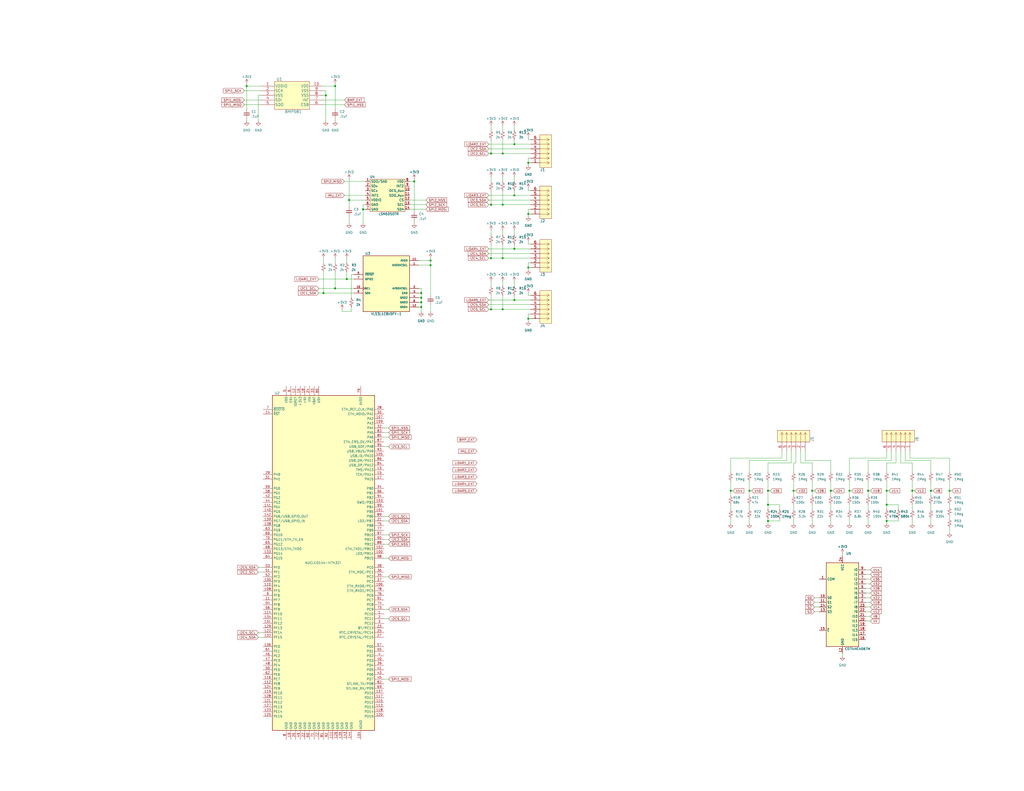
<source format=kicad_sch>
(kicad_sch (version 20211123) (generator eeschema)
  (paper "C")
  (junction (at 234.95 142.24))
  (junction (at 280.67 106.68))
  (junction (at 419.1 275.59))
  (junction (at 463.55 267.97))
  (junction (at 473.71 267.97))
  (junction (at 189.23 152.4))
  (junction (at 280.67 163.83))
  (junction (at 267.97 111.76))
  (junction (at 229.87 160.02))
  (junction (at 190.5 109.22))
  (junction (at 483.87 275.59))
  (junction (at 483.87 267.97))
  (junction (at 288.29 116.84))
  (junction (at 419.1 284.48))
  (junction (at 234.95 144.78))
  (junction (at 274.32 140.97))
  (junction (at 198.12 114.3))
  (junction (at 518.16 267.97))
  (junction (at 267.97 168.91))
  (junction (at 497.84 267.97))
  (junction (at 280.67 135.89))
  (junction (at 267.97 83.82))
  (junction (at 182.88 46.99))
  (junction (at 226.06 99.06))
  (junction (at 274.32 111.76))
  (junction (at 508 267.97))
  (junction (at 433.07 267.97))
  (junction (at 229.87 165.1))
  (junction (at 443.23 267.97))
  (junction (at 483.87 284.48))
  (junction (at 182.88 157.48))
  (junction (at 267.97 140.97))
  (junction (at 274.32 83.82))
  (junction (at 176.53 160.02))
  (junction (at 134.62 46.99))
  (junction (at 453.39 267.97))
  (junction (at 288.29 88.9))
  (junction (at 274.32 168.91))
  (junction (at 419.1 267.97))
  (junction (at 280.67 78.74))
  (junction (at 229.87 167.64))
  (junction (at 408.94 267.97))
  (junction (at 398.78 267.97))
  (junction (at 288.29 173.99))
  (junction (at 229.87 162.56))
  (junction (at 288.29 146.05))
  (junction (at 177.8 52.07))
  (wire (pts (xy 473.71 275.59) (xy 473.71 278.13)))
  (wire (pts (xy 234.95 166.37) (xy 234.95 170.18)))
  (wire (pts (xy 453.39 283.21) (xy 453.39 285.75)))
  (wire (pts (xy 433.07 275.59) (xy 433.07 278.13)))
  (wire (pts (xy 518.16 262.89) (xy 518.16 267.97)))
  (wire (pts (xy 472.44 326.39) (xy 474.98 326.39)))
  (wire (pts (xy 266.7 138.43) (xy 289.56 138.43)))
  (wire (pts (xy 182.88 46.99) (xy 176.53 46.99)))
  (wire (pts (xy 223.52 99.06) (xy 226.06 99.06)))
  (wire (pts (xy 140.97 309.88) (xy 143.51 309.88)))
  (wire (pts (xy 439.42 246.38) (xy 439.42 251.46)))
  (wire (pts (xy 280.67 68.58) (xy 280.67 71.12)))
  (wire (pts (xy 425.45 284.48) (xy 419.1 284.48)))
  (wire (pts (xy 419.1 252.73) (xy 431.8 252.73)))
  (wire (pts (xy 463.55 250.19) (xy 463.55 257.81)))
  (wire (pts (xy 518.16 275.59) (xy 518.16 276.86)))
  (wire (pts (xy 288.29 161.29) (xy 289.56 161.29)))
  (wire (pts (xy 518.16 250.19) (xy 518.16 257.81)))
  (wire (pts (xy 134.62 46.99) (xy 142.24 46.99)))
  (wire (pts (xy 518.16 267.97) (xy 518.16 270.51)))
  (wire (pts (xy 274.32 140.97) (xy 289.56 140.97)))
  (wire (pts (xy 508 251.46) (xy 508 257.81)))
  (wire (pts (xy 190.5 118.11) (xy 190.5 121.92)))
  (wire (pts (xy 198.12 114.3) (xy 199.39 114.3)))
  (wire (pts (xy 398.78 267.97) (xy 400.05 267.97)))
  (wire (pts (xy 133.35 49.53) (xy 142.24 49.53)))
  (wire (pts (xy 453.39 267.97) (xy 454.66 267.97)))
  (wire (pts (xy 453.39 251.46) (xy 453.39 257.81)))
  (wire (pts (xy 288.29 160.02) (xy 288.29 161.29)))
  (wire (pts (xy 198.12 121.92) (xy 198.12 114.3)))
  (wire (pts (xy 176.53 148.59) (xy 176.53 160.02)))
  (wire (pts (xy 288.29 76.2) (xy 289.56 76.2)))
  (wire (pts (xy 425.45 283.21) (xy 425.45 284.48)))
  (wire (pts (xy 472.44 328.93) (xy 474.98 328.93)))
  (wire (pts (xy 274.32 153.67) (xy 274.32 156.21)))
  (wire (pts (xy 176.53 160.02) (xy 193.04 160.02)))
  (wire (pts (xy 288.29 147.32) (xy 288.29 146.05)))
  (wire (pts (xy 488.95 252.73) (xy 483.87 252.73)))
  (wire (pts (xy 419.1 284.48) (xy 419.1 285.75)))
  (wire (pts (xy 274.32 133.35) (xy 274.32 140.97)))
  (wire (pts (xy 473.71 251.46) (xy 486.41 251.46)))
  (wire (pts (xy 274.32 96.52) (xy 274.32 99.06)))
  (wire (pts (xy 483.87 267.97) (xy 483.87 275.59)))
  (wire (pts (xy 288.29 118.11) (xy 288.29 116.84)))
  (wire (pts (xy 408.94 267.97) (xy 410.21 267.97)))
  (wire (pts (xy 497.84 283.21) (xy 497.84 285.75)))
  (wire (pts (xy 190.5 97.79) (xy 190.5 109.22)))
  (wire (pts (xy 182.88 140.97) (xy 182.88 143.51)))
  (wire (pts (xy 473.71 267.97) (xy 473.71 270.51)))
  (wire (pts (xy 518.16 288.29) (xy 518.16 290.83)))
  (wire (pts (xy 140.97 312.42) (xy 143.51 312.42)))
  (wire (pts (xy 288.29 86.36) (xy 288.29 88.9)))
  (wire (pts (xy 209.55 297.18) (xy 212.09 297.18)))
  (wire (pts (xy 497.84 252.73) (xy 497.84 257.81)))
  (wire (pts (xy 140.97 347.98) (xy 143.51 347.98)))
  (wire (pts (xy 267.97 125.73) (xy 267.97 128.27)))
  (wire (pts (xy 274.32 111.76) (xy 289.56 111.76)))
  (wire (pts (xy 288.29 146.05) (xy 289.56 146.05)))
  (wire (pts (xy 483.87 275.59) (xy 483.87 278.13)))
  (wire (pts (xy 408.94 257.81) (xy 408.94 251.46)))
  (wire (pts (xy 408.94 267.97) (xy 408.94 270.51)))
  (wire (pts (xy 429.26 251.46) (xy 429.26 246.38)))
  (wire (pts (xy 182.88 46.99) (xy 182.88 59.69)))
  (wire (pts (xy 229.87 160.02) (xy 228.6 160.02)))
  (wire (pts (xy 483.87 284.48) (xy 483.87 285.75)))
  (wire (pts (xy 453.39 275.59) (xy 453.39 278.13)))
  (wire (pts (xy 173.99 152.4) (xy 189.23 152.4)))
  (wire (pts (xy 419.1 275.59) (xy 419.1 278.13)))
  (wire (pts (xy 266.7 163.83) (xy 280.67 163.83)))
  (wire (pts (xy 288.29 104.14) (xy 289.56 104.14)))
  (wire (pts (xy 191.77 162.56) (xy 191.77 149.86)))
  (wire (pts (xy 472.44 321.31) (xy 474.98 321.31)))
  (wire (pts (xy 288.29 116.84) (xy 289.56 116.84)))
  (wire (pts (xy 494.03 246.38) (xy 494.03 251.46)))
  (wire (pts (xy 518.16 281.94) (xy 518.16 283.21)))
  (wire (pts (xy 223.52 109.22) (xy 232.41 109.22)))
  (wire (pts (xy 463.55 262.89) (xy 463.55 267.97)))
  (wire (pts (xy 176.53 140.97) (xy 176.53 143.51)))
  (wire (pts (xy 280.67 153.67) (xy 280.67 156.21)))
  (wire (pts (xy 209.55 233.68) (xy 212.09 233.68)))
  (wire (pts (xy 490.22 283.21) (xy 490.22 284.48)))
  (wire (pts (xy 267.97 104.14) (xy 267.97 111.76)))
  (wire (pts (xy 266.7 111.76) (xy 267.97 111.76)))
  (wire (pts (xy 472.44 339.09) (xy 474.98 339.09)))
  (wire (pts (xy 229.87 170.18) (xy 229.87 167.64)))
  (wire (pts (xy 176.53 57.15) (xy 187.96 57.15)))
  (wire (pts (xy 433.07 252.73) (xy 434.34 252.73)))
  (wire (pts (xy 473.71 267.97) (xy 474.98 267.97)))
  (wire (pts (xy 266.7 78.74) (xy 280.67 78.74)))
  (wire (pts (xy 463.55 275.59) (xy 463.55 278.13)))
  (wire (pts (xy 289.56 86.36) (xy 288.29 86.36)))
  (wire (pts (xy 182.88 45.72) (xy 182.88 46.99)))
  (wire (pts (xy 191.77 149.86) (xy 193.04 149.86)))
  (wire (pts (xy 398.78 262.89) (xy 398.78 267.97)))
  (wire (pts (xy 444.5 326.39) (xy 447.04 326.39)))
  (wire (pts (xy 419.1 267.97) (xy 420.37 267.97)))
  (wire (pts (xy 463.55 283.21) (xy 463.55 285.75)))
  (wire (pts (xy 508 267.97) (xy 509.27 267.97)))
  (wire (pts (xy 280.67 163.83) (xy 289.56 163.83)))
  (wire (pts (xy 496.57 250.19) (xy 518.16 250.19)))
  (wire (pts (xy 459.74 302.26) (xy 459.74 303.53)))
  (wire (pts (xy 443.23 252.73) (xy 443.23 257.81)))
  (wire (pts (xy 280.67 106.68) (xy 289.56 106.68)))
  (wire (pts (xy 497.84 267.97) (xy 499.11 267.97)))
  (wire (pts (xy 483.87 283.21) (xy 483.87 284.48)))
  (wire (pts (xy 274.32 161.29) (xy 274.32 168.91)))
  (wire (pts (xy 508 262.89) (xy 508 267.97)))
  (wire (pts (xy 419.1 262.89) (xy 419.1 267.97)))
  (wire (pts (xy 182.88 148.59) (xy 182.88 157.48)))
  (wire (pts (xy 223.52 111.76) (xy 232.41 111.76)))
  (wire (pts (xy 274.32 104.14) (xy 274.32 111.76)))
  (wire (pts (xy 267.97 133.35) (xy 267.97 140.97)))
  (wire (pts (xy 486.41 251.46) (xy 486.41 246.38)))
  (wire (pts (xy 443.23 275.59) (xy 443.23 278.13)))
  (wire (pts (xy 472.44 336.55) (xy 474.98 336.55)))
  (wire (pts (xy 472.44 331.47) (xy 474.98 331.47)))
  (wire (pts (xy 433.07 257.81) (xy 433.07 252.73)))
  (wire (pts (xy 497.84 267.97) (xy 497.84 270.51)))
  (wire (pts (xy 266.7 140.97) (xy 267.97 140.97)))
  (wire (pts (xy 472.44 313.69) (xy 474.98 313.69)))
  (wire (pts (xy 266.7 81.28) (xy 289.56 81.28)))
  (wire (pts (xy 266.7 168.91) (xy 267.97 168.91)))
  (wire (pts (xy 209.55 337.82) (xy 212.09 337.82)))
  (wire (pts (xy 140.97 345.44) (xy 143.51 345.44)))
  (wire (pts (xy 408.94 275.59) (xy 408.94 278.13)))
  (wire (pts (xy 436.88 252.73) (xy 443.23 252.73)))
  (wire (pts (xy 266.7 109.22) (xy 289.56 109.22)))
  (wire (pts (xy 398.78 275.59) (xy 398.78 278.13)))
  (wire (pts (xy 518.16 267.97) (xy 519.43 267.97)))
  (wire (pts (xy 189.23 140.97) (xy 189.23 143.51)))
  (wire (pts (xy 280.67 133.35) (xy 280.67 135.89)))
  (wire (pts (xy 209.55 238.76) (xy 212.09 238.76)))
  (wire (pts (xy 508 275.59) (xy 508 278.13)))
  (wire (pts (xy 228.6 165.1) (xy 229.87 165.1)))
  (wire (pts (xy 280.67 78.74) (xy 289.56 78.74)))
  (wire (pts (xy 288.29 114.3) (xy 288.29 116.84)))
  (wire (pts (xy 209.55 332.74) (xy 212.09 332.74)))
  (wire (pts (xy 209.55 314.96) (xy 212.09 314.96)))
  (wire (pts (xy 497.84 275.59) (xy 497.84 278.13)))
  (wire (pts (xy 443.23 267.97) (xy 443.23 270.51)))
  (wire (pts (xy 483.87 262.89) (xy 483.87 267.97)))
  (wire (pts (xy 267.97 168.91) (xy 274.32 168.91)))
  (wire (pts (xy 419.1 257.81) (xy 419.1 252.73)))
  (wire (pts (xy 229.87 167.64) (xy 229.87 165.1)))
  (wire (pts (xy 267.97 83.82) (xy 274.32 83.82)))
  (wire (pts (xy 288.29 90.17) (xy 288.29 88.9)))
  (wire (pts (xy 134.62 64.77) (xy 134.62 66.04)))
  (wire (pts (xy 508 283.21) (xy 508 285.75)))
  (wire (pts (xy 209.55 304.8) (xy 212.09 304.8)))
  (wire (pts (xy 494.03 251.46) (xy 508 251.46)))
  (wire (pts (xy 176.53 54.61) (xy 187.96 54.61)))
  (wire (pts (xy 189.23 148.59) (xy 189.23 152.4)))
  (wire (pts (xy 229.87 165.1) (xy 229.87 162.56)))
  (wire (pts (xy 434.34 252.73) (xy 434.34 246.38)))
  (wire (pts (xy 288.29 171.45) (xy 288.29 173.99)))
  (wire (pts (xy 483.87 275.59) (xy 490.22 275.59)))
  (wire (pts (xy 473.71 257.81) (xy 473.71 251.46)))
  (wire (pts (xy 433.07 267.97) (xy 434.34 267.97)))
  (wire (pts (xy 288.29 133.35) (xy 289.56 133.35)))
  (wire (pts (xy 289.56 171.45) (xy 288.29 171.45)))
  (wire (pts (xy 289.56 114.3) (xy 288.29 114.3)))
  (wire (pts (xy 483.87 252.73) (xy 483.87 257.81)))
  (wire (pts (xy 267.97 153.67) (xy 267.97 156.21)))
  (wire (pts (xy 280.67 135.89) (xy 289.56 135.89)))
  (wire (pts (xy 226.06 97.79) (xy 226.06 99.06)))
  (wire (pts (xy 425.45 275.59) (xy 419.1 275.59)))
  (wire (pts (xy 187.96 106.68) (xy 199.39 106.68)))
  (wire (pts (xy 453.39 262.89) (xy 453.39 267.97)))
  (wire (pts (xy 140.97 66.04) (xy 140.97 52.07)))
  (wire (pts (xy 288.29 74.93) (xy 288.29 76.2)))
  (wire (pts (xy 288.29 173.99) (xy 289.56 173.99)))
  (wire (pts (xy 398.78 267.97) (xy 398.78 270.51)))
  (wire (pts (xy 425.45 278.13) (xy 425.45 275.59)))
  (wire (pts (xy 289.56 143.51) (xy 288.29 143.51)))
  (wire (pts (xy 288.29 132.08) (xy 288.29 133.35)))
  (wire (pts (xy 190.5 109.22) (xy 190.5 113.03)))
  (wire (pts (xy 491.49 252.73) (xy 497.84 252.73)))
  (wire (pts (xy 182.88 64.77) (xy 182.88 66.04)))
  (wire (pts (xy 228.6 157.48) (xy 229.87 157.48)))
  (wire (pts (xy 190.5 109.22) (xy 199.39 109.22)))
  (wire (pts (xy 234.95 144.78) (xy 234.95 161.29)))
  (wire (pts (xy 198.12 114.3) (xy 198.12 111.76)))
  (wire (pts (xy 234.95 142.24) (xy 234.95 144.78)))
  (wire (pts (xy 228.6 144.78) (xy 234.95 144.78)))
  (wire (pts (xy 209.55 370.84) (xy 212.09 370.84)))
  (wire (pts (xy 226.06 99.06) (xy 226.06 115.57)))
  (wire (pts (xy 444.5 334.01) (xy 447.04 334.01)))
  (wire (pts (xy 473.71 283.21) (xy 473.71 285.75)))
  (wire (pts (xy 463.55 267.97) (xy 464.82 267.97)))
  (wire (pts (xy 274.32 125.73) (xy 274.32 128.27)))
  (wire (pts (xy 436.88 246.38) (xy 436.88 252.73)))
  (wire (pts (xy 472.44 334.01) (xy 474.98 334.01)))
  (wire (pts (xy 226.06 120.65) (xy 226.06 121.92)))
  (wire (pts (xy 433.07 262.89) (xy 433.07 267.97)))
  (wire (pts (xy 173.99 157.48) (xy 182.88 157.48)))
  (wire (pts (xy 463.55 267.97) (xy 463.55 270.51)))
  (wire (pts (xy 266.7 135.89) (xy 280.67 135.89)))
  (wire (pts (xy 490.22 284.48) (xy 483.87 284.48)))
  (wire (pts (xy 508 267.97) (xy 508 270.51)))
  (wire (pts (xy 177.8 49.53) (xy 177.8 52.07)))
  (wire (pts (xy 274.32 168.91) (xy 289.56 168.91)))
  (wire (pts (xy 198.12 111.76) (xy 199.39 111.76)))
  (wire (pts (xy 134.62 46.99) (xy 134.62 59.69)))
  (wire (pts (xy 483.87 250.19) (xy 463.55 250.19)))
  (wire (pts (xy 426.72 250.19) (xy 398.78 250.19)))
  (wire (pts (xy 408.94 283.21) (xy 408.94 285.75)))
  (wire (pts (xy 443.23 283.21) (xy 443.23 285.75)))
  (wire (pts (xy 459.74 358.14) (xy 459.74 356.87)))
  (wire (pts (xy 408.94 251.46) (xy 429.26 251.46)))
  (wire (pts (xy 419.1 267.97) (xy 419.1 275.59)))
  (wire (pts (xy 472.44 311.15) (xy 474.98 311.15)))
  (wire (pts (xy 453.39 267.97) (xy 453.39 270.51)))
  (wire (pts (xy 182.88 157.48) (xy 193.04 157.48)))
  (wire (pts (xy 140.97 52.07) (xy 142.24 52.07)))
  (wire (pts (xy 483.87 267.97) (xy 485.14 267.97)))
  (wire (pts (xy 439.42 251.46) (xy 453.39 251.46)))
  (wire (pts (xy 209.55 294.64) (xy 212.09 294.64)))
  (wire (pts (xy 288.29 175.26) (xy 288.29 173.99)))
  (wire (pts (xy 443.23 262.89) (xy 443.23 267.97)))
  (wire (pts (xy 186.69 168.91) (xy 186.69 170.18)))
  (wire (pts (xy 209.55 284.48) (xy 212.09 284.48)))
  (wire (pts (xy 408.94 262.89) (xy 408.94 267.97)))
  (wire (pts (xy 288.29 143.51) (xy 288.29 146.05)))
  (wire (pts (xy 228.6 142.24) (xy 234.95 142.24)))
  (wire (pts (xy 483.87 246.38) (xy 483.87 250.19)))
  (wire (pts (xy 472.44 318.77) (xy 474.98 318.77)))
  (wire (pts (xy 491.49 246.38) (xy 491.49 252.73)))
  (wire (pts (xy 176.53 49.53) (xy 177.8 49.53)))
  (wire (pts (xy 267.97 96.52) (xy 267.97 99.06)))
  (wire (pts (xy 496.57 246.38) (xy 496.57 250.19)))
  (wire (pts (xy 223.52 114.3) (xy 232.41 114.3)))
  (wire (pts (xy 497.84 262.89) (xy 497.84 267.97)))
  (wire (pts (xy 134.62 45.72) (xy 134.62 46.99)))
  (wire (pts (xy 488.95 246.38) (xy 488.95 252.73)))
  (wire (pts (xy 209.55 281.94) (xy 212.09 281.94)))
  (wire (pts (xy 433.07 267.97) (xy 433.07 270.51)))
  (wire (pts (xy 433.07 283.21) (xy 433.07 285.75)))
  (wire (pts (xy 266.7 106.68) (xy 280.67 106.68)))
  (wire (pts (xy 267.97 68.58) (xy 267.97 71.12)))
  (wire (pts (xy 267.97 161.29) (xy 267.97 168.91)))
  (wire (pts (xy 280.67 125.73) (xy 280.67 128.27)))
  (wire (pts (xy 398.78 250.19) (xy 398.78 257.81)))
  (wire (pts (xy 443.23 267.97) (xy 444.5 267.97)))
  (wire (pts (xy 266.7 166.37) (xy 289.56 166.37)))
  (wire (pts (xy 133.35 57.15) (xy 142.24 57.15)))
  (wire (pts (xy 274.32 68.58) (xy 274.32 71.12)))
  (wire (pts (xy 274.32 76.2) (xy 274.32 83.82)))
  (wire (pts (xy 177.8 66.04) (xy 177.8 52.07)))
  (wire (pts (xy 133.35 54.61) (xy 142.24 54.61)))
  (wire (pts (xy 267.97 76.2) (xy 267.97 83.82)))
  (wire (pts (xy 274.32 83.82) (xy 289.56 83.82)))
  (wire (pts (xy 444.5 328.93) (xy 447.04 328.93)))
  (wire (pts (xy 234.95 140.97) (xy 234.95 142.24)))
  (wire (pts (xy 280.67 76.2) (xy 280.67 78.74)))
  (wire (pts (xy 490.22 275.59) (xy 490.22 278.13)))
  (wire (pts (xy 288.29 88.9) (xy 289.56 88.9)))
  (wire (pts (xy 187.96 99.06) (xy 199.39 99.06)))
  (wire (pts (xy 229.87 162.56) (xy 229.87 160.02)))
  (wire (pts (xy 419.1 283.21) (xy 419.1 284.48)))
  (wire (pts (xy 398.78 283.21) (xy 398.78 285.75)))
  (wire (pts (xy 209.55 292.1) (xy 212.09 292.1)))
  (wire (pts (xy 191.77 167.64) (xy 191.77 170.18)))
  (wire (pts (xy 431.8 252.73) (xy 431.8 246.38)))
  (wire (pts (xy 473.71 262.89) (xy 473.71 267.97)))
  (wire (pts (xy 288.29 102.87) (xy 288.29 104.14)))
  (wire (pts (xy 267.97 111.76) (xy 274.32 111.76)))
  (wire (pts (xy 229.87 157.48) (xy 229.87 160.02)))
  (wire (pts (xy 266.7 83.82) (xy 267.97 83.82)))
  (wire (pts (xy 444.5 331.47) (xy 447.04 331.47)))
  (wire (pts (xy 280.67 104.14) (xy 280.67 106.68)))
  (wire (pts (xy 177.8 52.07) (xy 176.53 52.07)))
  (wire (pts (xy 173.99 160.02) (xy 176.53 160.02)))
  (wire (pts (xy 472.44 316.23) (xy 474.98 316.23)))
  (wire (pts (xy 472.44 323.85) (xy 474.98 323.85)))
  (wire (pts (xy 426.72 246.38) (xy 426.72 250.19)))
  (wire (pts (xy 186.69 170.18) (xy 191.77 170.18)))
  (wire (pts (xy 228.6 162.56) (xy 229.87 162.56)))
  (wire (pts (xy 280.67 96.52) (xy 280.67 99.06)))
  (wire (pts (xy 189.23 152.4) (xy 193.04 152.4)))
  (wire (pts (xy 280.67 161.29) (xy 280.67 163.83)))
  (wire (pts (xy 228.6 167.64) (xy 229.87 167.64)))
  (wire (pts (xy 209.55 243.84) (xy 212.09 243.84)))
  (wire (pts (xy 209.55 236.22) (xy 212.09 236.22)))
  (wire (pts (xy 267.97 140.97) (xy 274.32 140.97)))
  (global_label "LIDAR5_EXT" (shape input) (at 266.7 163.83 180) (property "Intersheet References" "${INTERSHEET_REFS}" (effects hide)))
  (global_label "V22" (shape input) (at 474.98 326.39 0) (property "Intersheet References" "${INTERSHEET_REFS}" (effects hide)))
  (global_label "LIDAR4_EXT" (shape input) (at 266.7 135.89 180) (property "Intersheet References" "${INTERSHEET_REFS}" (effects hide)))
  (global_label "LIDAR3_EXT" (shape input) (at 260.35 260.35 180) (property "Intersheet References" "${INTERSHEET_REFS}" (effects hide)))
  (global_label "I2C1_SDA" (shape input) (at 173.99 160.02 180) (property "Intersheet References" "${INTERSHEET_REFS}" (effects hide)))
  (global_label "BMP_EXT" (shape input) (at 187.96 54.61 0) (property "Intersheet References" "${INTERSHEET_REFS}" (effects hide)))
  (global_label "SPI1_MOSI" (shape input) (at 212.09 370.84 0) (property "Intersheet References" "${INTERSHEET_REFS}" (effects hide)))
  (global_label "V8" (shape input) (at 474.98 336.55 0) (property "Intersheet References" "${INTERSHEET_REFS}" (effects hide)))
  (global_label "SPI1_MISO" (shape input) (at 212.09 238.76 0) (property "Intersheet References" "${INTERSHEET_REFS}" (effects hide)))
  (global_label "I2C2_SCL" (shape input) (at 266.7 83.82 180) (property "Intersheet References" "${INTERSHEET_REFS}" (effects hide)))
  (global_label "SPI1_MOSI" (shape input) (at 133.35 54.61 180) (property "Intersheet References" "${INTERSHEET_REFS}" (effects hide)))
  (global_label "I2C3_SDA" (shape input) (at 212.09 332.74 0) (property "Intersheet References" "${INTERSHEET_REFS}" (effects hide)))
  (global_label "I2C1_SDA" (shape input) (at 212.09 284.48 0) (property "Intersheet References" "${INTERSHEET_REFS}" (effects hide)))
  (global_label "V12" (shape input) (at 499.11 267.97 0) (property "Intersheet References" "${INTERSHEET_REFS}" (effects hide)))
  (global_label "V28" (shape input) (at 444.5 267.97 0) (property "Intersheet References" "${INTERSHEET_REFS}" (effects hide)))
  (global_label "I2C4_SDA" (shape input) (at 266.7 138.43 180) (property "Intersheet References" "${INTERSHEET_REFS}" (effects hide)))
  (global_label "BMP_EXT" (shape input) (at 260.35 240.03 180) (property "Intersheet References" "${INTERSHEET_REFS}" (effects hide)))
  (global_label "V14" (shape input) (at 485.14 267.97 0) (property "Intersheet References" "${INTERSHEET_REFS}" (effects hide)))
  (global_label "SPI2_MISO" (shape input) (at 212.09 314.96 0) (property "Intersheet References" "${INTERSHEET_REFS}" (effects hide)))
  (global_label "S1" (shape input) (at 444.5 328.93 180) (property "Intersheet References" "${INTERSHEET_REFS}" (effects hide)))
  (global_label "SPI2_SCK" (shape input) (at 212.09 292.1 0) (property "Intersheet References" "${INTERSHEET_REFS}" (effects hide)))
  (global_label "LIDAR1_EXT" (shape input) (at 173.99 152.4 180) (property "Intersheet References" "${INTERSHEET_REFS}" (effects hide)))
  (global_label "V4" (shape input) (at 519.43 267.97 0) (property "Intersheet References" "${INTERSHEET_REFS}" (effects hide)))
  (global_label "V18" (shape input) (at 474.98 328.93 0) (property "Intersheet References" "${INTERSHEET_REFS}" (effects hide)))
  (global_label "I2C2_SCL" (shape input) (at 140.97 312.42 180) (property "Intersheet References" "${INTERSHEET_REFS}" (effects hide)))
  (global_label "I2C4_SCL" (shape input) (at 266.7 140.97 180) (property "Intersheet References" "${INTERSHEET_REFS}" (effects hide)))
  (global_label "S2" (shape input) (at 444.5 331.47 180) (property "Intersheet References" "${INTERSHEET_REFS}" (effects hide)))
  (global_label "I2C5_SCL" (shape input) (at 212.09 337.82 0) (property "Intersheet References" "${INTERSHEET_REFS}" (effects hide)))
  (global_label "I2C4_SDA" (shape input) (at 140.97 347.98 180) (property "Intersheet References" "${INTERSHEET_REFS}" (effects hide)))
  (global_label "V18" (shape input) (at 474.98 267.97 0) (property "Intersheet References" "${INTERSHEET_REFS}" (effects hide)))
  (global_label "V40" (shape input) (at 410.21 267.97 0) (property "Intersheet References" "${INTERSHEET_REFS}" (effects hide)))
  (global_label "V24" (shape input) (at 454.66 267.97 0) (property "Intersheet References" "${INTERSHEET_REFS}" (effects hide)))
  (global_label "SPI2_MOSI" (shape input) (at 232.41 114.3 0) (property "Intersheet References" "${INTERSHEET_REFS}" (effects hide)))
  (global_label "SPI1_NSS" (shape input) (at 187.96 57.15 0) (property "Intersheet References" "${INTERSHEET_REFS}" (effects hide)))
  (global_label "LIDAR2_EXT" (shape input) (at 266.7 78.74 180) (property "Intersheet References" "${INTERSHEET_REFS}" (effects hide)))
  (global_label "V36" (shape input) (at 420.37 267.97 0) (property "Intersheet References" "${INTERSHEET_REFS}" (effects hide)))
  (global_label "SPI1_NSS" (shape input) (at 212.09 233.68 0) (property "Intersheet References" "${INTERSHEET_REFS}" (effects hide)))
  (global_label "V32" (shape input) (at 434.34 267.97 0) (property "Intersheet References" "${INTERSHEET_REFS}" (effects hide)))
  (global_label "I2C3_SDA" (shape input) (at 266.7 109.22 180) (property "Intersheet References" "${INTERSHEET_REFS}" (effects hide)))
  (global_label "I2C5_SCL" (shape input) (at 266.7 168.91 180) (property "Intersheet References" "${INTERSHEET_REFS}" (effects hide)))
  (global_label "I2C3_SCL" (shape input) (at 212.09 243.84 0) (property "Intersheet References" "${INTERSHEET_REFS}" (effects hide)))
  (global_label "V24" (shape input) (at 474.98 323.85 0) (property "Intersheet References" "${INTERSHEET_REFS}" (effects hide)))
  (global_label "V8" (shape input) (at 509.27 267.97 0) (property "Intersheet References" "${INTERSHEET_REFS}" (effects hide)))
  (global_label "I2C2_SDA" (shape input) (at 266.7 81.28 180) (property "Intersheet References" "${INTERSHEET_REFS}" (effects hide)))
  (global_label "LIDAR3_EXT" (shape input) (at 266.7 106.68 180) (property "Intersheet References" "${INTERSHEET_REFS}" (effects hide)))
  (global_label "V36" (shape input) (at 474.98 316.23 0) (property "Intersheet References" "${INTERSHEET_REFS}" (effects hide)))
  (global_label "SPI1_SCK" (shape input) (at 133.35 49.53 180) (property "Intersheet References" "${INTERSHEET_REFS}" (effects hide)))
  (global_label "I2C1_SCL" (shape input) (at 173.99 157.48 180) (property "Intersheet References" "${INTERSHEET_REFS}" (effects hide)))
  (global_label "V44" (shape input) (at 400.05 267.97 0) (property "Intersheet References" "${INTERSHEET_REFS}" (effects hide)))
  (global_label "LIDAR2_EXT" (shape input) (at 260.35 256.54 180) (property "Intersheet References" "${INTERSHEET_REFS}" (effects hide)))
  (global_label "IMU_EXT" (shape input) (at 260.35 246.38 180) (property "Intersheet References" "${INTERSHEET_REFS}" (effects hide)))
  (global_label "SPI2_NSS" (shape input) (at 232.41 109.22 0) (property "Intersheet References" "${INTERSHEET_REFS}" (effects hide)))
  (global_label "V14" (shape input) (at 474.98 331.47 0) (property "Intersheet References" "${INTERSHEET_REFS}" (effects hide)))
  (global_label "SPI1_MISO" (shape input) (at 133.35 57.15 180) (property "Intersheet References" "${INTERSHEET_REFS}" (effects hide)))
  (global_label "I2C4_SCL" (shape input) (at 140.97 345.44 180) (property "Intersheet References" "${INTERSHEET_REFS}" (effects hide)))
  (global_label "SPI2_MISO" (shape input) (at 187.96 99.06 180) (property "Intersheet References" "${INTERSHEET_REFS}" (effects hide)))
  (global_label "V44" (shape input) (at 474.98 311.15 0) (property "Intersheet References" "${INTERSHEET_REFS}" (effects hide)))
  (global_label "S3" (shape input) (at 444.5 334.01 180) (property "Intersheet References" "${INTERSHEET_REFS}" (effects hide)))
  (global_label "I2C5_SDA" (shape input) (at 266.7 166.37 180) (property "Intersheet References" "${INTERSHEET_REFS}" (effects hide)))
  (global_label "LIDAR4_EXT" (shape input) (at 260.35 264.16 180) (property "Intersheet References" "${INTERSHEET_REFS}" (effects hide)))
  (global_label "I2C3_SCL" (shape input) (at 266.7 111.76 180) (property "Intersheet References" "${INTERSHEET_REFS}" (effects hide)))
  (global_label "SPI1_SCK" (shape input) (at 212.09 236.22 0) (property "Intersheet References" "${INTERSHEET_REFS}" (effects hide)))
  (global_label "LIDAR5_EXT" (shape input) (at 260.35 267.97 180) (property "Intersheet References" "${INTERSHEET_REFS}" (effects hide)))
  (global_label "V22" (shape input) (at 464.82 267.97 0) (property "Intersheet References" "${INTERSHEET_REFS}" (effects hide)))
  (global_label "I2C5_SDA" (shape input) (at 140.97 309.88 180) (property "Intersheet References" "${INTERSHEET_REFS}" (effects hide)))
  (global_label "S0" (shape input) (at 444.5 326.39 180) (property "Intersheet References" "${INTERSHEET_REFS}" (effects hide)))
  (global_label "V28" (shape input) (at 474.98 321.31 0) (property "Intersheet References" "${INTERSHEET_REFS}" (effects hide)))
  (global_label "V4" (shape input) (at 474.98 339.09 0) (property "Intersheet References" "${INTERSHEET_REFS}" (effects hide)))
  (global_label "V40" (shape input) (at 474.98 313.69 0) (property "Intersheet References" "${INTERSHEET_REFS}" (effects hide)))
  (global_label "I2C2_SDA" (shape input) (at 212.09 294.64 0) (property "Intersheet References" "${INTERSHEET_REFS}" (effects hide)))
  (global_label "I2C1_SCL" (shape input) (at 212.09 281.94 0) (property "Intersheet References" "${INTERSHEET_REFS}" (effects hide)))
  (global_label "V12" (shape input) (at 474.98 334.01 0) (property "Intersheet References" "${INTERSHEET_REFS}" (effects hide)))
  (global_label "IMU_EXT" (shape input) (at 187.96 106.68 180) (property "Intersheet References" "${INTERSHEET_REFS}" (effects hide)))
  (global_label "LIDAR1_EXT" (shape input) (at 260.35 252.73 180) (property "Intersheet References" "${INTERSHEET_REFS}" (effects hide)))
  (global_label "SPI2_MOSI" (shape input) (at 212.09 304.8 0) (property "Intersheet References" "${INTERSHEET_REFS}" (effects hide)))
  (global_label "SPI2_NSS" (shape input) (at 212.09 297.18 0) (property "Intersheet References" "${INTERSHEET_REFS}" (effects hide)))
  (global_label "SPI2_SCK" (shape input) (at 232.41 111.76 0) (property "Intersheet References" "${INTERSHEET_REFS}" (effects hide)))
  (global_label "V32" (shape input) (at 474.98 318.77 0) (property "Intersheet References" "${INTERSHEET_REFS}" (effects hide)))
  (symbol (lib_id "Device:R_Small_US") (at 497.84 273.05 0) (unit 1)
    (property "Reference" "R45" (at 499.11 271.78 0) (effects (justify left)))
    (property "Value" "300k" (at 499.11 274.32 0) (effects (justify left)))
    (property "Footprint" "Resistor_SMD:R_0805_2012Metric" (effects hide))
  )
  (symbol (lib_id "Device:R_Small_US") (at 508 260.35 0) (unit 1)
    (property "Reference" "R47" (at 510.54 259.0799 0) (effects (justify left)))
    (property "Value" "1Meg" (at 510.54 261.6199 0) (effects (justify left)))
    (property "Footprint" "Resistor_SMD:R_0805_2012Metric" (effects hide))
  )
  (symbol (lib_id "power:GND") (at 473.71 285.75 0) (unit 1)
    (property "Reference" "#PWR048" (effects hide))
    (property "Value" "GND" (at 473.71 290.83 0))
  )
  (symbol (lib_id "power:+3.3V") (at 288.29 102.87 0) (unit 1)
    (property "Reference" "#PWR033" (effects hide))
    (property "Value" "+3.3V" (at 288.29 99.06 0))
  )
  (symbol (lib_id "power:GND") (at 190.5 121.92 0) (unit 1)
    (property "Reference" "#PWR012" (effects hide))
    (property "Value" "GND" (at 190.5 127 0))
  )
  (symbol (lib_id "power:+3.3V") (at 274.32 125.73 0) (unit 1)
    (property "Reference" "#PWR025" (effects hide))
    (property "Value" "+3.3V" (at 274.32 121.92 0))
  )
  (symbol (lib_id "Device:R_Small_US") (at 453.39 280.67 0) (unit 1)
    (property "Reference" "R34" (at 455.93 279.3999 0) (effects (justify left)))
    (property "Value" "47k" (at 455.93 281.9399 0) (effects (justify left)))
    (property "Footprint" "Resistor_SMD:R_0805_2012Metric" (effects hide))
  )
  (symbol (lib_id "Device:R_Small_US") (at 483.87 260.35 0) (unit 1)
    (property "Reference" "R41" (at 486.41 259.0799 0) (effects (justify left)))
    (property "Value" "1Meg" (at 486.41 261.6199 0) (effects (justify left)))
    (property "Footprint" "Resistor_SMD:R_0805_2012Metric" (effects hide))
  )
  (symbol (lib_id "power:+3.3V") (at 274.32 153.67 0) (unit 1)
    (property "Reference" "#PWR026" (effects hide))
    (property "Value" "+3.3V" (at 274.32 149.86 0))
  )
  (symbol (lib_id "power:+3.3V") (at 280.67 96.52 0) (unit 1)
    (property "Reference" "#PWR028" (effects hide))
    (property "Value" "+3.3V" (at 280.67 92.71 0))
  )
  (symbol (lib_id "power:GND") (at 288.29 90.17 0) (unit 1)
    (property "Reference" "#PWR032" (effects hide))
    (property "Value" "GND" (at 288.29 95.25 0))
  )
  (symbol (lib_id "power:GND") (at 398.78 285.75 0) (unit 1)
    (property "Reference" "#PWR039" (effects hide))
    (property "Value" "GND" (at 398.78 290.83 0))
  )
  (symbol (lib_id "power:+3.3V") (at 186.69 168.91 0) (unit 1)
    (property "Reference" "#PWR09" (effects hide))
    (property "Value" "+3.3V" (at 186.69 165.1 0))
  )
  (symbol (lib_id "Device:C_Small") (at 226.06 118.11 0) (unit 1)
    (property "Reference" "C4" (at 228.6 116.8462 0) (effects (justify left)))
    (property "Value" ".1uF" (at 228.6 119.3862 0) (effects (justify left)))
    (property "Footprint" "Resistor_SMD:R_0805_2012Metric" (effects hide))
  )
  (symbol (lib_id "Device:R_Small_US") (at 280.67 158.75 0) (unit 1)
    (property "Reference" "R16" (at 283.21 157.4799 0) (effects (justify left)))
    (property "Value" "2k" (at 283.21 160.0199 0) (effects (justify left)))
    (property "Footprint" "Resistor_SMD:R_0805_2012Metric" (effects hide))
  )
  (symbol (lib_id "Device:R_Small_US") (at 408.94 260.35 0) (unit 1)
    (property "Reference" "R20" (at 411.48 259.0799 0) (effects (justify left)))
    (property "Value" "1Meg" (at 411.48 261.6199 0) (effects (justify left)))
    (property "Footprint" "Resistor_SMD:R_0805_2012Metric" (effects hide))
  )
  (symbol (lib_id "Device:C_Small") (at 234.95 163.83 0) (unit 1)
    (property "Reference" "C5" (at 237.49 162.5662 0) (effects (justify left)))
    (property "Value" ".1uF" (at 237.49 165.1062 0) (effects (justify left)))
    (property "Footprint" "Resistor_SMD:R_0805_2012Metric" (effects hide))
  )
  (symbol (lib_id "Device:R_Small_US") (at 189.23 146.05 0) (unit 1)
    (property "Reference" "R3" (at 191.77 144.7799 0) (effects (justify left)))
    (property "Value" "2k" (at 191.77 147.3199 0) (effects (justify left)))
    (property "Footprint" "Resistor_SMD:R_0805_2012Metric" (effects hide))
  )
  (symbol (lib_id "Device:R_Small_US") (at 453.39 260.35 0) (unit 1)
    (property "Reference" "R32" (at 455.93 259.0799 0) (effects (justify left)))
    (property "Value" "1Meg" (at 455.93 261.6199 0) (effects (justify left)))
    (property "Footprint" "Resistor_SMD:R_0805_2012Metric" (effects hide))
  )
  (symbol (lib_id "Device:R_Small_US") (at 490.22 280.67 0) (unit 1)
    (property "Reference" "R43" (at 491.49 279.4 0) (effects (justify left)))
    (property "Value" "680k" (at 491.49 281.94 0) (effects (justify left)))
    (property "Footprint" "Resistor_SMD:R_0805_2012Metric" (effects hide))
  )
  (symbol (lib_id "Device:R_Small_US") (at 191.77 165.1 0) (unit 1)
    (property "Reference" "R4" (at 194.31 163.8299 0) (effects (justify left)))
    (property "Value" "2k" (at 194.31 166.3699 0) (effects (justify left)))
    (property "Footprint" "Resistor_SMD:R_0805_2012Metric" (effects hide))
  )
  (symbol (lib_id "Device:R_Small_US") (at 182.88 146.05 0) (unit 1)
    (property "Reference" "R2" (at 185.42 144.7799 0) (effects (justify left)))
    (property "Value" "2k" (at 185.42 147.3199 0) (effects (justify left)))
    (property "Footprint" "Resistor_SMD:R_0805_2012Metric" (effects hide))
  )
  (symbol (lib_id "Device:C_Small") (at 182.88 62.23 0) (unit 1)
    (property "Reference" "C2" (at 185.42 60.9662 0) (effects (justify left)))
    (property "Value" ".1uF" (at 185.42 63.5062 0) (effects (justify left)))
    (property "Footprint" "Resistor_SMD:R_0805_2012Metric" (effects hide))
  )
  (symbol (lib_id "Device:R_Small_US") (at 453.39 273.05 0) (unit 1)
    (property "Reference" "R33" (at 454.66 271.78 0) (effects (justify left)))
    (property "Value" "100k" (at 454.66 274.32 0) (effects (justify left)))
    (property "Footprint" "Resistor_SMD:R_0805_2012Metric" (effects hide))
  )
  (symbol (lib_id "Device:R_Small_US") (at 433.07 280.67 0) (unit 1)
    (property "Reference" "R28" (at 435.61 279.3999 0) (effects (justify left)))
    (property "Value" "3.3k" (at 435.61 281.9399 0) (effects (justify left)))
    (property "Footprint" "Resistor_SMD:R_0805_2012Metric" (effects hide))
  )
  (symbol (lib_id "Device:R_Small_US") (at 518.16 279.4 0) (unit 1)
    (property "Reference" "R52" (at 520.7 278.1299 0) (effects (justify left)))
    (property "Value" "1Meg" (at 520.7 280.6699 0) (effects (justify left)))
    (property "Footprint" "Resistor_SMD:R_0805_2012Metric" (effects hide))
  )
  (symbol (lib_id "power:+3.3V") (at 274.32 68.58 0) (unit 1)
    (property "Reference" "#PWR023" (effects hide))
    (property "Value" "+3.3V" (at 274.32 64.77 0))
  )
  (symbol (lib_id "power:GND") (at 229.87 170.18 0) (unit 1)
    (property "Reference" "#PWR016" (effects hide))
    (property "Value" "GND" (at 229.87 175.26 0))
  )
  (symbol (lib_id "Device:R_Small_US") (at 433.07 260.35 0) (unit 1)
    (property "Reference" "R26" (at 435.61 259.0799 0) (effects (justify left)))
    (property "Value" "1Meg" (at 435.61 261.6199 0) (effects (justify left)))
    (property "Footprint" "Resistor_SMD:R_0805_2012Metric" (effects hide))
  )
  (symbol (lib_id "power:GND") (at 453.39 285.75 0) (unit 1)
    (property "Reference" "#PWR044" (effects hide))
    (property "Value" "GND" (at 453.39 290.83 0))
  )
  (symbol (lib_id "power:+3.3V") (at 176.53 140.97 0) (unit 1)
    (property "Reference" "#PWR04" (effects hide))
    (property "Value" "+3.3V" (at 176.53 137.16 0))
  )
  (symbol (lib_id "Device:R_Small_US") (at 443.23 273.05 0) (unit 1)
    (property "Reference" "R30" (at 444.5 271.78 0) (effects (justify left)))
    (property "Value" "100k" (at 444.5 274.32 0) (effects (justify left)))
    (property "Footprint" "Resistor_SMD:R_0805_2012Metric" (effects hide))
  )
  (symbol (lib_id "Device:R_Small_US") (at 280.67 73.66 0) (unit 1)
    (property "Reference" "R13" (at 283.21 72.3899 0) (effects (justify left)))
    (property "Value" "2k" (at 283.21 74.9299 0) (effects (justify left)))
    (property "Footprint" "Resistor_SMD:R_0805_2012Metric" (effects hide))
  )
  (symbol (lib_id "power:GND") (at 134.62 66.04 0) (unit 1)
    (property "Reference" "#PWR02" (effects hide))
    (property "Value" "GND" (at 134.62 71.12 0))
  )
  (symbol (lib_id "Device:C_Small") (at 190.5 115.57 0) (unit 1)
    (property "Reference" "C3" (at 193.04 114.3062 0) (effects (justify left)))
    (property "Value" ".1uF" (at 193.04 116.8462 0) (effects (justify left)))
    (property "Footprint" "Resistor_SMD:R_0805_2012Metric" (effects hide))
  )
  (symbol (lib_id "power:GND") (at 226.06 121.92 0) (unit 1)
    (property "Reference" "#PWR015" (effects hide))
    (property "Value" "GND" (at 226.06 127 0))
  )
  (symbol (lib_id "KiCad_Cust:140-506-415-000") (at 289.56 88.9 0) (mirror x) (unit 1)
    (property "Reference" "J1" (at 294.64 92.71 0) (effects (font (size 1.524 1.524)) (justify left)))
    (property "Value" "140-506-415-000" (effects hide))
    (property "Footprint" "KiCad_Cust:140-506-415-000" (effects hide))
    (property "Datasheet" "https://files.edac.net/edac/content/series/og/English/EDAC%20140%20Series%20Standard%20(non%20WP)%20W-WW-B%20English%20Ordering%20Guide.pdf" (effects hide))
    (property "Mates with" "140-506-210-011" (effects hide))
    (property "Crimp Connectors" "140-941-290" (effects hide))
  )
  (symbol (lib_id "power:GND") (at 497.84 285.75 0) (unit 1)
    (property "Reference" "#PWR050" (effects hide))
    (property "Value" "GND" (at 497.84 290.83 0))
  )
  (symbol (lib_id "power:+3.3V") (at 182.88 45.72 0) (mirror y) (unit 1)
    (property "Reference" "#PWR06" (effects hide))
    (property "Value" "+3.3V" (at 182.88 41.91 0))
  )
  (symbol (lib_id "power:+3.3V") (at 267.97 153.67 0) (unit 1)
    (property "Reference" "#PWR022" (effects hide))
    (property "Value" "+3.3V" (at 267.97 149.86 0))
  )
  (symbol (lib_id "KiCad_Cust:LSM6DSOTR") (at 212.09 106.68 0) (unit 1)
    (property "Reference" "U4" (at 203.2 96.52 0))
    (property "Value" "LSM6DSOTR" (at 212.09 116.84 0))
    (property "Footprint" "KiCad_Cust:LSM6DSOTR" (effects hide))
    (property "Datasheet" "https://www.st.com/resource/en/datasheet/lsm6dso.pdf" (effects hide))
  )
  (symbol (lib_id "power:GND") (at 408.94 285.75 0) (unit 1)
    (property "Reference" "#PWR040" (effects hide))
    (property "Value" "GND" (at 408.94 290.83 0))
  )
  (symbol (lib_id "KiCad_Cust:140-506-415-000") (at 289.56 116.84 0) (mirror x) (unit 1)
    (property "Reference" "J2" (at 294.64 120.65 0) (effects (font (size 1.524 1.524)) (justify left)))
    (property "Value" "140-506-415-000" (effects hide))
    (property "Footprint" "KiCad_Cust:140-506-415-000" (effects hide))
    (property "Datasheet" "https://files.edac.net/edac/content/series/og/English/EDAC%20140%20Series%20Standard%20(non%20WP)%20W-WW-B%20English%20Ordering%20Guide.pdf" (effects hide))
    (property "Mates with" "140-506-210-011" (effects hide))
    (property "Crimp Connectors" "140-941-290" (effects hide))
  )
  (symbol (lib_id "KiCad_Cust:140-506-415-000") (at 439.42 246.38 270) (mirror x) (unit 1)
    (property "Reference" "J5" (at 443.23 241.3 0) (effects (font (size 1.524 1.524)) (justify left)))
    (property "Value" "140-506-415-000" (effects hide))
    (property "Footprint" "KiCad_Cust:140-506-415-000" (effects hide))
    (property "Datasheet" "https://files.edac.net/edac/content/series/og/English/EDAC%20140%20Series%20Standard%20(non%20WP)%20W-WW-B%20English%20Ordering%20Guide.pdf" (effects hide))
    (property "Mates with" "140-506-210-011" (effects hide))
    (property "Crimp Connectors" "140-941-290" (effects hide))
  )
  (symbol (lib_id "Device:R_Small_US") (at 274.32 158.75 0) (unit 1)
    (property "Reference" "R12" (at 276.86 157.4799 0) (effects (justify left)))
    (property "Value" "2k" (at 276.86 160.0199 0) (effects (justify left)))
    (property "Footprint" "Resistor_SMD:R_0805_2012Metric" (effects hide))
  )
  (symbol (lib_id "power:+3.3V") (at 288.29 160.02 0) (unit 1)
    (property "Reference" "#PWR037" (effects hide))
    (property "Value" "+3.3V" (at 288.29 156.21 0))
  )
  (symbol (lib_id "KiCad_Cust:140-506-415-000") (at 289.56 173.99 0) (mirror x) (unit 1)
    (property "Reference" "J4" (at 294.64 177.8 0) (effects (font (size 1.524 1.524)) (justify left)))
    (property "Value" "140-506-415-000" (effects hide))
    (property "Footprint" "KiCad_Cust:140-506-415-000" (effects hide))
    (property "Datasheet" "https://files.edac.net/edac/content/series/og/English/EDAC%20140%20Series%20Standard%20(non%20WP)%20W-WW-B%20English%20Ordering%20Guide.pdf" (effects hide))
    (property "Mates with" "140-506-210-011" (effects hide))
    (property "Crimp Connectors" "140-941-290" (effects hide))
  )
  (symbol (lib_id "power:+3.3V") (at 267.97 96.52 0) (unit 1)
    (property "Reference" "#PWR020" (effects hide))
    (property "Value" "+3.3V" (at 267.97 92.71 0))
  )
  (symbol (lib_id "power:+3.3V") (at 274.32 96.52 0) (unit 1)
    (property "Reference" "#PWR024" (effects hide))
    (property "Value" "+3.3V" (at 274.32 92.71 0))
  )
  (symbol (lib_id "power:GND") (at 198.12 121.92 0) (unit 1)
    (property "Reference" "#PWR013" (effects hide))
    (property "Value" "GND" (at 198.12 127 0))
  )
  (symbol (lib_id "Device:R_Small_US") (at 463.55 280.67 0) (unit 1)
    (property "Reference" "R37" (at 466.09 279.3999 0) (effects (justify left)))
    (property "Value" "6.8k" (at 466.09 281.9399 0) (effects (justify left)))
    (property "Footprint" "Resistor_SMD:R_0805_2012Metric" (effects hide))
  )
  (symbol (lib_id "Device:R_Small_US") (at 408.94 280.67 0) (unit 1)
    (property "Reference" "R22" (at 411.48 279.3999 0) (effects (justify left)))
    (property "Value" "33k" (at 411.48 281.9399 0) (effects (justify left)))
    (property "Footprint" "Resistor_SMD:R_0805_2012Metric" (effects hide))
  )
  (symbol (lib_id "power:GND") (at 288.29 118.11 0) (unit 1)
    (property "Reference" "#PWR034" (effects hide))
    (property "Value" "GND" (at 288.29 123.19 0))
  )
  (symbol (lib_id "Device:R_Small_US") (at 497.84 280.67 0) (unit 1)
    (property "Reference" "R46" (at 500.38 279.3999 0) (effects (justify left)))
    (property "Value" "3.3k" (at 500.38 281.9399 0) (effects (justify left)))
    (property "Footprint" "Resistor_SMD:R_0805_2012Metric" (effects hide))
  )
  (symbol (lib_id "Device:R_Small_US") (at 280.67 130.81 0) (unit 1)
    (property "Reference" "R15" (at 283.21 129.5399 0) (effects (justify left)))
    (property "Value" "2k" (at 283.21 132.0799 0) (effects (justify left)))
    (property "Footprint" "Resistor_SMD:R_0805_2012Metric" (effects hide))
  )
  (symbol (lib_id "Device:R_Small_US") (at 518.16 260.35 0) (unit 1)
    (property "Reference" "R50" (at 520.7 259.0799 0) (effects (justify left)))
    (property "Value" "1Meg" (at 520.7 261.6199 0) (effects (justify left)))
    (property "Footprint" "Resistor_SMD:R_0805_2012Metric" (effects hide))
  )
  (symbol (lib_id "power:+3.3V") (at 190.5 97.79 0) (unit 1)
    (property "Reference" "#PWR011" (effects hide))
    (property "Value" "+3.3V" (at 190.5 93.98 0))
  )
  (symbol (lib_id "Device:R_Small_US") (at 443.23 280.67 0) (unit 1)
    (property "Reference" "R31" (at 445.77 279.3999 0) (effects (justify left)))
    (property "Value" "22k" (at 445.77 281.9399 0) (effects (justify left)))
    (property "Footprint" "Resistor_SMD:R_0805_2012Metric" (effects hide))
  )
  (symbol (lib_id "power:+3.3V") (at 459.74 302.26 0) (unit 1)
    (property "Reference" "#PWR045" (effects hide))
    (property "Value" "+3.3V" (at 459.74 298.45 0))
  )
  (symbol (lib_id "Device:R_Small_US") (at 274.32 73.66 0) (unit 1)
    (property "Reference" "R9" (at 276.86 72.3899 0) (effects (justify left)))
    (property "Value" "2k" (at 276.86 74.9299 0) (effects (justify left)))
    (property "Footprint" "Resistor_SMD:R_0805_2012Metric" (effects hide))
  )
  (symbol (lib_id "power:GND") (at 182.88 66.04 0) (mirror y) (unit 1)
    (property "Reference" "#PWR07" (effects hide))
    (property "Value" "GND" (at 182.88 71.12 0))
  )
  (symbol (lib_id "Device:R_Small_US") (at 508 273.05 0) (unit 1)
    (property "Reference" "R48" (at 509.27 271.78 0) (effects (justify left)))
    (property "Value" "270k" (at 509.27 274.32 0) (effects (justify left)))
    (property "Footprint" "Resistor_SMD:R_0805_2012Metric" (effects hide))
  )
  (symbol (lib_id "power:+3.3V") (at 280.67 68.58 0) (unit 1)
    (property "Reference" "#PWR027" (effects hide))
    (property "Value" "+3.3V" (at 280.67 64.77 0))
  )
  (symbol (lib_id "Device:R_Small_US") (at 463.55 273.05 0) (unit 1)
    (property "Reference" "R36" (at 464.82 271.78 0) (effects (justify left)))
    (property "Value" "150k" (at 464.82 274.32 0) (effects (justify left)))
    (property "Footprint" "Resistor_SMD:R_0805_2012Metric" (effects hide))
  )
  (symbol (lib_id "Device:R_Small_US") (at 267.97 158.75 0) (unit 1)
    (property "Reference" "R8" (at 270.51 157.4799 0) (effects (justify left)))
    (property "Value" "2k" (at 270.51 160.0199 0) (effects (justify left)))
    (property "Footprint" "Resistor_SMD:R_0805_2012Metric" (effects hide))
  )
  (symbol (lib_id "Device:R_Small_US") (at 280.67 101.6 0) (unit 1)
    (property "Reference" "R14" (at 283.21 100.3299 0) (effects (justify left)))
    (property "Value" "2k" (at 283.21 102.8699 0) (effects (justify left)))
    (property "Footprint" "Resistor_SMD:R_0805_2012Metric" (effects hide))
  )
  (symbol (lib_id "Device:R_Small_US") (at 267.97 73.66 0) (unit 1)
    (property "Reference" "R5" (at 270.51 72.3899 0) (effects (justify left)))
    (property "Value" "2k" (at 270.51 74.9299 0) (effects (justify left)))
    (property "Footprint" "Resistor_SMD:R_0805_2012Metric" (effects hide))
  )
  (symbol (lib_id "power:GND") (at 419.1 285.75 0) (unit 1)
    (property "Reference" "#PWR041" (effects hide))
    (property "Value" "GND" (at 419.1 290.83 0))
  )
  (symbol (lib_id "power:GND") (at 508 285.75 0) (unit 1)
    (property "Reference" "#PWR051" (effects hide))
    (property "Value" "GND" (at 508 290.83 0))
  )
  (symbol (lib_id "power:GND") (at 443.23 285.75 0) (unit 1)
    (property "Reference" "#PWR043" (effects hide))
    (property "Value" "GND" (at 443.23 290.83 0))
  )
  (symbol (lib_id "KiCad_Cust:VL53L1CBV0FY-1") (at 210.82 154.94 0) (unit 1)
    (property "Reference" "U3" (at 200.66 138.43 0))
    (property "Value" "VL53L1CBV0FY-1" (at 210.82 171.45 0))
    (property "Footprint" "KiCad_Cust:XDCR_VL53L1CBV0FY-1" (effects hide))
    (property "Datasheet" "https://www.st.com/resource/en/datasheet/vl53l1.pdf" (effects hide))
    (property "MANUFACTURER" "ST Microelectronics" (effects hide))
    (property "PARTREV" "3" (effects hide))
    (property "STANDARD" "Manufacturer Recommendations" (effects hide))
    (property "MAXIMUM_PACKAGE_HEIGHT" "1.6mm" (effects hide))
  )
  (symbol (lib_id "Device:R_Small_US") (at 473.71 273.05 0) (unit 1)
    (property "Reference" "R39" (at 474.98 271.78 0) (effects (justify left)))
    (property "Value" "100k" (at 474.98 274.32 0) (effects (justify left)))
    (property "Footprint" "Resistor_SMD:R_0805_2012Metric" (effects hide))
  )
  (symbol (lib_id "KiCad_Cust:BMP581") (at 160.02 52.07 0) (unit 1)
    (property "Reference" "U1" (at 152.4 43.18 0) (effects (font (size 1.524 1.524))))
    (property "Value" "BMP581" (at 160.02 60.96 0) (effects (font (size 1.524 1.524))))
    (property "Footprint" "KiCad_Cust:BMP581" (effects hide))
    (property "Datasheet" "https://www.bosch-sensortec.com/media/boschsensortec/downloads/datasheets/bst-bmp581-ds004.pdf" (effects hide))
  )
  (symbol (lib_id "Device:R_Small_US") (at 419.1 280.67 0) (unit 1)
    (property "Reference" "R24" (at 420.37 279.4 0) (effects (justify left)))
    (property "Value" "100k" (at 420.37 281.94 0) (effects (justify left)))
    (property "Footprint" "Resistor_SMD:R_0805_2012Metric" (effects hide))
  )
  (symbol (lib_id "power:+3.3V") (at 288.29 74.93 0) (unit 1)
    (property "Reference" "#PWR031" (effects hide))
    (property "Value" "+3.3V" (at 288.29 71.12 0))
  )
  (symbol (lib_id "power:+3.3V") (at 189.23 140.97 0) (unit 1)
    (property "Reference" "#PWR010" (effects hide))
    (property "Value" "+3.3V" (at 189.23 137.16 0))
  )
  (symbol (lib_id "Device:R_Small_US") (at 443.23 260.35 0) (unit 1)
    (property "Reference" "R29" (at 445.77 259.0799 0) (effects (justify left)))
    (property "Value" "1Meg" (at 445.77 261.6199 0) (effects (justify left)))
    (property "Footprint" "Resistor_SMD:R_0805_2012Metric" (effects hide))
  )
  (symbol (lib_id "power:GND") (at 140.97 66.04 0) (unit 1)
    (property "Reference" "#PWR03" (effects hide))
    (property "Value" "GND" (at 140.97 71.12 0))
  )
  (symbol (lib_id "power:GND") (at 288.29 147.32 0) (unit 1)
    (property "Reference" "#PWR036" (effects hide))
    (property "Value" "GND" (at 288.29 152.4 0))
  )
  (symbol (lib_id "Device:R_Small_US") (at 473.71 280.67 0) (unit 1)
    (property "Reference" "R40" (at 476.25 279.3999 0) (effects (justify left)))
    (property "Value" "100k" (at 476.25 281.9399 0) (effects (justify left)))
    (property "Footprint" "Resistor_SMD:R_0805_2012Metric" (effects hide))
  )
  (symbol (lib_id "power:+3.3V") (at 267.97 125.73 0) (unit 1)
    (property "Reference" "#PWR021" (effects hide))
    (property "Value" "+3.3V" (at 267.97 121.92 0))
  )
  (symbol (lib_id "KiCad_Cust:140-506-415-000") (at 289.56 146.05 0) (mirror x) (unit 1)
    (property "Reference" "J3" (at 294.64 149.86 0) (effects (font (size 1.524 1.524)) (justify left)))
    (property "Value" "140-506-415-000" (effects hide))
    (property "Footprint" "KiCad_Cust:140-506-415-000" (effects hide))
    (property "Datasheet" "https://files.edac.net/edac/content/series/og/English/EDAC%20140%20Series%20Standard%20(non%20WP)%20W-WW-B%20English%20Ordering%20Guide.pdf" (effects hide))
    (property "Mates with" "140-506-210-011" (effects hide))
    (property "Crimp Connectors" "140-941-290" (effects hide))
  )
  (symbol (lib_id "Device:C_Small") (at 134.62 62.23 0) (unit 1)
    (property "Reference" "C1" (at 137.16 60.9662 0) (effects (justify left)))
    (property "Value" ".1uF" (at 137.16 63.5062 0) (effects (justify left)))
    (property "Footprint" "Resistor_SMD:R_0805_2012Metric" (effects hide))
  )
  (symbol (lib_id "power:+3.3V") (at 280.67 153.67 0) (unit 1)
    (property "Reference" "#PWR030" (effects hide))
    (property "Value" "+3.3V" (at 280.67 149.86 0))
  )
  (symbol (lib_id "power:GND") (at 433.07 285.75 0) (unit 1)
    (property "Reference" "#PWR042" (effects hide))
    (property "Value" "GND" (at 433.07 290.83 0))
  )
  (symbol (lib_id "Device:R_Small_US") (at 267.97 130.81 0) (unit 1)
    (property "Reference" "R7" (at 270.51 129.5399 0) (effects (justify left)))
    (property "Value" "2k" (at 270.51 132.0799 0) (effects (justify left)))
    (property "Footprint" "Resistor_SMD:R_0805_2012Metric" (effects hide))
  )
  (symbol (lib_id "Device:R_Small_US") (at 518.16 285.75 0) (unit 1)
    (property "Reference" "R53" (at 520.7 284.4799 0) (effects (justify left)))
    (property "Value" "1Meg" (at 520.7 287.0199 0) (effects (justify left)))
    (property "Footprint" "Resistor_SMD:R_0805_2012Metric" (effects hide))
  )
  (symbol (lib_id "Device:R_Small_US") (at 463.55 260.35 0) (unit 1)
    (property "Reference" "R35" (at 466.09 259.0799 0) (effects (justify left)))
    (property "Value" "1Meg" (at 466.09 261.6199 0) (effects (justify left)))
    (property "Footprint" "Resistor_SMD:R_0805_2012Metric" (effects hide))
  )
  (symbol (lib_id "power:+3.3V") (at 280.67 125.73 0) (unit 1)
    (property "Reference" "#PWR029" (effects hide))
    (property "Value" "+3.3V" (at 280.67 121.92 0))
  )
  (symbol (lib_id "Device:R_Small_US") (at 473.71 260.35 0) (unit 1)
    (property "Reference" "R38" (at 476.25 259.0799 0) (effects (justify left)))
    (property "Value" "1Meg" (at 476.25 261.6199 0) (effects (justify left)))
    (property "Footprint" "Resistor_SMD:R_0805_2012Metric" (effects hide))
  )
  (symbol (lib_id "power:GND") (at 234.95 170.18 0) (unit 1)
    (property "Reference" "#PWR018" (effects hide))
    (property "Value" "GND" (at 234.95 175.26 0))
  )
  (symbol (lib_id "Device:R_Small_US") (at 425.45 280.67 0) (unit 1)
    (property "Reference" "R25" (at 426.72 279.4 0) (effects (justify left)))
    (property "Value" "1Meg" (at 426.72 281.94 0) (effects (justify left)))
    (property "Footprint" "Resistor_SMD:R_0805_2012Metric" (effects hide))
  )
  (symbol (lib_id "Device:R_Small_US") (at 433.07 273.05 0) (unit 1)
    (property "Reference" "R27" (at 434.34 271.78 0) (effects (justify left)))
    (property "Value" "100k" (at 434.34 274.32 0) (effects (justify left)))
    (property "Footprint" "Resistor_SMD:R_0805_2012Metric" (effects hide))
  )
  (symbol (lib_id "power:GND") (at 288.29 175.26 0) (unit 1)
    (property "Reference" "#PWR038" (effects hide))
    (property "Value" "GND" (at 288.29 180.34 0))
  )
  (symbol (lib_id "power:GND") (at 463.55 285.75 0) (unit 1)
    (property "Reference" "#PWR047" (effects hide))
    (property "Value" "GND" (at 463.55 290.83 0))
  )
  (symbol (lib_id "Device:R_Small_US") (at 398.78 273.05 0) (unit 1)
    (property "Reference" "R18" (at 400.05 271.78 0) (effects (justify left)))
    (property "Value" "68k" (at 400.05 274.32 0) (effects (justify left)))
    (property "Footprint" "Resistor_SMD:R_0805_2012Metric" (effects hide))
  )
  (symbol (lib_id "Device:R_Small_US") (at 508 280.67 0) (unit 1)
    (property "Reference" "R49" (at 510.54 279.3999 0) (effects (justify left)))
    (property "Value" "330k" (at 510.54 281.9399 0) (effects (justify left)))
    (property "Footprint" "Resistor_SMD:R_0805_2012Metric" (effects hide))
  )
  (symbol (lib_id "Device:R_Small_US") (at 398.78 260.35 0) (unit 1)
    (property "Reference" "R17" (at 401.32 259.0799 0) (effects (justify left)))
    (property "Value" "1Meg" (at 401.32 261.6199 0) (effects (justify left)))
    (property "Footprint" "Resistor_SMD:R_0805_2012Metric" (effects hide))
  )
  (symbol (lib_id "power:GND") (at 518.16 290.83 0) (unit 1)
    (property "Reference" "#PWR052" (effects hide))
    (property "Value" "GND" (at 518.16 295.91 0))
  )
  (symbol (lib_id "MCU_Module:NUCLEO144-H743ZI") (at 176.53 307.34 0) (unit 1)
    (property "Reference" "U2" (at 149.86 214.63 0) (effects (justify left)))
    (property "Value" "NUCLEO144-H743ZI" (at 166.37 307.34 0) (effects (justify left)))
    (property "Footprint" "Module:ST_Morpho_Connector_144_STLink" (effects hide))
    (property "Datasheet" "https://www.st.com/resource/en/user_manual/dm00244518-stm32-nucleo144-boards-stmicroelectronics.pdf" (effects hide))
  )
  (symbol (lib_id "KiCad_Cust:140-506-415-000") (at 496.57 246.38 270) (mirror x) (unit 1)
    (property "Reference" "J6" (at 500.38 241.3 0) (effects (font (size 1.524 1.524)) (justify left)))
    (property "Value" "140-506-415-000" (effects hide))
    (property "Footprint" "KiCad_Cust:140-506-415-000" (effects hide))
    (property "Datasheet" "https://files.edac.net/edac/content/series/og/English/EDAC%20140%20Series%20Standard%20(non%20WP)%20W-WW-B%20English%20Ordering%20Guide.pdf" (effects hide))
    (property "Mates with" "140-506-210-011" (effects hide))
    (property "Crimp Connectors" "140-941-290" (effects hide))
  )
  (symbol (lib_id "Device:R_Small_US") (at 483.87 280.67 0) (unit 1)
    (property "Reference" "R42" (at 485.14 279.4 0) (effects (justify left)))
    (property "Value" "470k" (at 485.14 281.94 0) (effects (justify left)))
    (property "Footprint" "Resistor_SMD:R_0805_2012Metric" (effects hide))
  )
  (symbol (lib_id "Device:R_Small_US") (at 267.97 101.6 0) (unit 1)
    (property "Reference" "R6" (at 270.51 100.3299 0) (effects (justify left)))
    (property "Value" "2k" (at 270.51 102.8699 0) (effects (justify left)))
    (property "Footprint" "Resistor_SMD:R_0805_2012Metric" (effects hide))
  )
  (symbol (lib_id "power:+3.3V") (at 182.88 140.97 0) (unit 1)
    (property "Reference" "#PWR08" (effects hide))
    (property "Value" "+3.3V" (at 182.88 137.16 0))
  )
  (symbol (lib_id "Device:R_Small_US") (at 419.1 260.35 0) (unit 1)
    (property "Reference" "R23" (at 421.64 259.0799 0) (effects (justify left)))
    (property "Value" "1Meg" (at 421.64 261.6199 0) (effects (justify left)))
    (property "Footprint" "Resistor_SMD:R_0805_2012Metric" (effects hide))
  )
  (symbol (lib_id "power:+3.3V") (at 226.06 97.79 0) (unit 1)
    (property "Reference" "#PWR014" (effects hide))
    (property "Value" "+3.3V" (at 226.06 93.98 0))
  )
  (symbol (lib_id "Device:R_Small_US") (at 518.16 273.05 0) (unit 1)
    (property "Reference" "R51" (at 520.7 271.7799 0) (effects (justify left)))
    (property "Value" "1Meg" (at 520.7 274.3199 0) (effects (justify left)))
    (property "Footprint" "Resistor_SMD:R_0805_2012Metric" (effects hide))
  )
  (symbol (lib_id "Device:R_Small_US") (at 274.32 130.81 0) (unit 1)
    (property "Reference" "R11" (at 276.86 129.5399 0) (effects (justify left)))
    (property "Value" "2k" (at 276.86 132.0799 0) (effects (justify left)))
    (property "Footprint" "Resistor_SMD:R_0805_2012Metric" (effects hide))
  )
  (symbol (lib_id "power:GND") (at 177.8 66.04 0) (unit 1)
    (property "Reference" "#PWR05" (effects hide))
    (property "Value" "GND" (at 177.8 71.12 0))
  )
  (symbol (lib_id "Device:R_Small_US") (at 398.78 280.67 0) (unit 1)
    (property "Reference" "R19" (at 401.32 279.3999 0) (effects (justify left)))
    (property "Value" "4.7k" (at 401.32 281.9399 0) (effects (justify left)))
    (property "Footprint" "Resistor_SMD:R_0805_2012Metric" (effects hide))
  )
  (symbol (lib_id "power:+3.3V") (at 134.62 45.72 0) (unit 1)
    (property "Reference" "#PWR01" (effects hide))
    (property "Value" "+3.3V" (at 134.62 41.91 0))
  )
  (symbol (lib_id "power:+3.3V") (at 288.29 132.08 0) (unit 1)
    (property "Reference" "#PWR035" (effects hide))
    (property "Value" "+3.3V" (at 288.29 128.27 0))
  )
  (symbol (lib_id "power:GND") (at 483.87 285.75 0) (unit 1)
    (property "Reference" "#PWR049" (effects hide))
    (property "Value" "GND" (at 483.87 290.83 0))
  )
  (symbol (lib_id "power:+3.3V") (at 234.95 140.97 0) (unit 1)
    (property "Reference" "#PWR017" (effects hide))
    (property "Value" "+3.3V" (at 234.95 137.16 0))
  )
  (symbol (lib_id "Device:R_Small_US") (at 176.53 146.05 0) (unit 1)
    (property "Reference" "R1" (at 179.07 144.7799 0) (effects (justify left)))
    (property "Value" "2k" (at 179.07 147.3199 0) (effects (justify left)))
    (property "Footprint" "Resistor_SMD:R_0805_2012Metric" (effects hide))
  )
  (symbol (lib_id "Device:R_Small_US") (at 274.32 101.6 0) (unit 1)
    (property "Reference" "R10" (at 276.86 100.3299 0) (effects (justify left)))
    (property "Value" "2k" (at 276.86 102.8699 0) (effects (justify left)))
    (property "Footprint" "Resistor_SMD:R_0805_2012Metric" (effects hide))
  )
  (symbol (lib_id "power:+3.3V") (at 267.97 68.58 0) (unit 1)
    (property "Reference" "#PWR019" (effects hide))
    (property "Value" "+3.3V" (at 267.97 64.77 0))
  )
  (symbol (lib_id "power:GND") (at 459.74 358.14 0) (unit 1)
    (property "Reference" "#PWR046" (effects hide))
    (property "Value" "GND" (at 459.74 363.22 0))
  )
  (symbol (lib_id "Device:R_Small_US") (at 497.84 260.35 0) (unit 1)
    (property "Reference" "R44" (at 500.38 259.0799 0) (effects (justify left)))
    (property "Value" "1Meg" (at 500.38 261.6199 0) (effects (justify left)))
    (property "Footprint" "Resistor_SMD:R_0805_2012Metric" (effects hide))
  )
  (symbol (lib_id "74xx:CD74HC4067M") (at 459.74 328.93 0) (unit 1)
    (property "Reference" "U5" (at 461.7594 302.26 0) (effects (justify left)))
    (property "Value" "CD74HC4067M" (at 461.01 354.33 0) (effects (justify left)))
    (property "Footprint" "Package_SO:SOIC-24W_7.5x15.4mm_P1.27mm" (effects hide))
    (property "Datasheet" "http://www.ti.com/lit/ds/symlink/cd74hc4067.pdf" (effects hide))
  )
  (symbol (lib_id "Device:R_Small_US") (at 408.94 273.05 0) (unit 1)
    (property "Reference" "R21" (at 410.21 271.78 0) (effects (justify left)))
    (property "Value" "47k" (at 410.21 274.32 0) (effects (justify left)))
    (property "Footprint" "Resistor_SMD:R_0805_2012Metric" (effects hide))
  )
)
</source>
